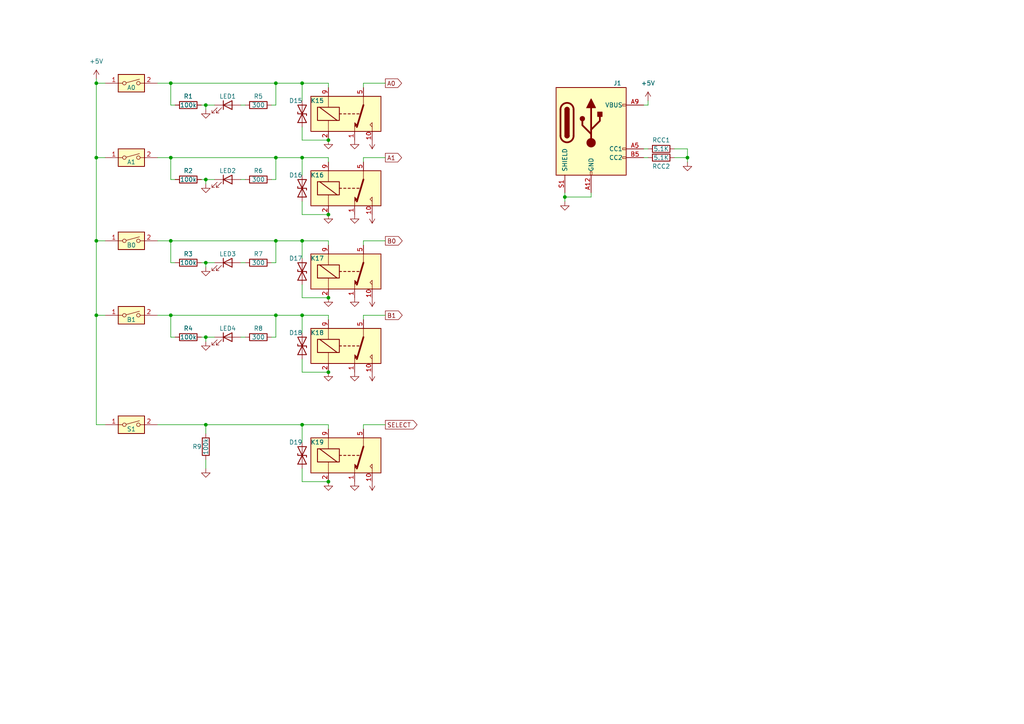
<source format=kicad_sch>
(kicad_sch (version 20230121) (generator eeschema)
  (paper "A4")
  (lib_symbols
    (symbol "Connector:USB_C_Receptacle_PowerOnly_6P" (pin_names (offset 1.016))
      (property "Reference" "J" (at 0 16.51 0))
      (property "Value" "USB_C_Receptacle_PowerOnly_6P" (at 0 13.97 0))
      (symbol "USB_C_Receptacle_PowerOnly_6P_0_0"
        (rectangle (start -0.254 -12.7) (end 0.254 -11.684))
        (rectangle (start 10.16 -7.366) (end 9.144 -7.874))
        (rectangle (start 10.16 -4.826) (end 9.144 -5.334))
        (rectangle (start 10.16 7.874) (end 9.144 7.366))
      )
      (symbol "USB_C_Receptacle_PowerOnly_6P_0_1"
        (rectangle (start -10.16 12.7) (end 10.16 -12.7) (stroke (width 0.254)) (fill (type background)))
        (arc (start -8.89 -1.27) (mid -6.985 -3.1667) (end -5.08 -1.27) (stroke (width 0.508)))
        (arc (start -7.62 -1.27) (mid -6.985 -1.9023) (end -6.35 -1.27) (stroke (width 0.254)))
        (arc (start -7.62 -1.27) (mid -6.985 -1.9023) (end -6.35 -1.27) (stroke (width 0.254)) (fill (type outline)))
        (rectangle (start -7.62 -1.27) (end -6.35 6.35) (stroke (width 0.254)) (fill (type outline)))
        (arc (start -6.35 6.35) (mid -6.985 6.9823) (end -7.62 6.35) (stroke (width 0.254)))
        (arc (start -6.35 6.35) (mid -6.985 6.9823) (end -7.62 6.35) (stroke (width 0.254)) (fill (type outline)))
        (arc (start -5.08 6.35) (mid -6.985 8.2467) (end -8.89 6.35) (stroke (width 0.508)))
        (circle (center -2.54 3.683) (radius 0.635) (stroke (width 0.254)) (fill (type outline)))
        (circle (center 0 -3.302) (radius 1.27) (fill (type outline)))
        (polyline (pts (xy -8.89 -1.27) (xy -8.89 6.35)) (stroke (width 0.508)))
        (polyline (pts (xy -5.08 6.35) (xy -5.08 -1.27)) (stroke (width 0.508)))
        (polyline (pts (xy 0 -3.302) (xy 0 6.858)) (stroke (width 0.508)))
        (polyline (pts (xy 0 -0.762) (xy -2.54 1.778) (xy -2.54 3.048)) (stroke (width 0.508)))
        (polyline (pts (xy 0 0.508) (xy 2.54 3.048) (xy 2.54 4.318)) (stroke (width 0.508)))
        (polyline (pts (xy -1.27 6.858) (xy 0 9.398) (xy 1.27 6.858) (xy -1.27 6.858)) (stroke (width 0.254)) (fill (type outline)))
        (rectangle (start 1.905 4.318) (end 3.175 5.588) (stroke (width 0.254)) (fill (type outline)))
      )
      (symbol "USB_C_Receptacle_PowerOnly_6P_1_1"
        (pin passive line (at 0 -17.78 90) (length 5.08) (name "GND") (number "A12"))
        (pin bidirectional line (at 15.24 -5.08 180) (length 5.08) (name "CC1") (number "A5"))
        (pin passive line (at 15.24 7.62 180) (length 5.08) (name "VBUS") (number "A9"))
        (pin passive line (at 0 -17.78 90) (length 5.08) hide (name "GND") (number "B12"))
        (pin bidirectional line (at 15.24 -7.62 180) (length 5.08) (name "CC2") (number "B5"))
        (pin passive line (at 15.24 7.62 180) (length 5.08) hide (name "VBUS") (number "B9"))
        (pin passive line (at -7.62 -17.78 90) (length 5.08) (name "SHIELD") (number "S1"))
      )
    )
    (symbol "Device:D_TVS" (pin_numbers hide) (pin_names (offset 1.016) hide)
      (property "Reference" "D" (at 0 2.54 0))
      (property "Value" "D_TVS" (at 0 -2.54 0))
      (symbol "D_TVS_0_1"
        (polyline (pts (xy 1.27 0) (xy -1.27 0)))
        (polyline (pts (xy 0.508 1.27) (xy 0 1.27) (xy 0 -1.27) (xy -0.508 -1.27)) (stroke (width 0.254)))
        (polyline (pts (xy -2.54 1.27) (xy -2.54 -1.27) (xy 2.54 1.27) (xy 2.54 -1.27) (xy -2.54 1.27)) (stroke (width 0.254)))
      )
      (symbol "D_TVS_1_1"
        (pin passive line (at -3.81 0 0) (length 2.54) (name "A1") (number "1"))
        (pin passive line (at 3.81 0 180) (length 2.54) (name "A2") (number "2"))
      )
    )
    (symbol "Device:LED" (pin_numbers hide) (pin_names (offset 1.016) hide)
      (property "Reference" "D" (at 0 2.54 0))
      (property "Value" "LED" (at 0 -2.54 0))
      (symbol "LED_0_1"
        (polyline (pts (xy -1.27 -1.27) (xy -1.27 1.27)) (stroke (width 0.254)))
        (polyline (pts (xy -1.27 0) (xy 1.27 0)))
        (polyline (pts (xy 1.27 -1.27) (xy 1.27 1.27) (xy -1.27 0) (xy 1.27 -1.27)) (stroke (width 0.254)))
        (polyline (pts (xy -3.048 -0.762) (xy -4.572 -2.286) (xy -3.81 -2.286) (xy -4.572 -2.286) (xy -4.572 -1.524)))
        (polyline (pts (xy -1.778 -0.762) (xy -3.302 -2.286) (xy -2.54 -2.286) (xy -3.302 -2.286) (xy -3.302 -1.524)))
      )
      (symbol "LED_1_1"
        (pin passive line (at -3.81 0 0) (length 2.54) (name "K") (number "1"))
        (pin passive line (at 3.81 0 180) (length 2.54) (name "A") (number "2"))
      )
    )
    (symbol "Device:R" (pin_numbers hide) (pin_names (offset 0))
      (property "Reference" "R" (at 2.032 0 90))
      (property "Value" "R" (at 0 0 90))
      (symbol "R_0_1"
        (rectangle (start -1.016 -2.54) (end 1.016 2.54) (stroke (width 0.254)))
      )
      (symbol "R_1_1"
        (pin passive line (at 0 3.81 270) (length 1.27) (name "~") (number "1"))
        (pin passive line (at 0 -3.81 90) (length 1.27) (name "~") (number "2"))
      )
    )
    (symbol "Relay:G5V-1"
      (property "Reference" "K" (at 11.43 3.81 0))
      (property "Value" "G5V-1" (at 11.43 1.27 0))
      (symbol "G5V-1_0_0"
        (polyline (pts (xy 7.62 5.08) (xy 7.62 2.54) (xy 6.985 3.175) (xy 7.62 3.81)))
      )
      (symbol "G5V-1_0_1"
        (rectangle (start -10.16 5.08) (end 10.16 -5.08) (stroke (width 0.254)) (fill (type background)))
        (rectangle (start -8.255 1.905) (end -1.905 -1.905) (stroke (width 0.254)))
        (polyline (pts (xy -7.62 -1.905) (xy -2.54 1.905)) (stroke (width 0.254)))
        (polyline (pts (xy -5.08 -5.08) (xy -5.08 -1.905)))
        (polyline (pts (xy -5.08 5.08) (xy -5.08 1.905)))
        (polyline (pts (xy -1.905 0) (xy -1.27 0)) (stroke (width 0.254)))
        (polyline (pts (xy -0.635 0) (xy 0 0)) (stroke (width 0.254)))
        (polyline (pts (xy 0.635 0) (xy 1.27 0)) (stroke (width 0.254)))
        (polyline (pts (xy 1.905 0) (xy 2.54 0)) (stroke (width 0.254)))
        (polyline (pts (xy 3.175 0) (xy 3.81 0)) (stroke (width 0.254)))
        (polyline (pts (xy 5.08 -2.54) (xy 3.175 3.81)) (stroke (width 0.508)))
        (polyline (pts (xy 5.08 -2.54) (xy 5.08 -5.08)))
        (polyline (pts (xy 2.54 5.08) (xy 2.54 2.54) (xy 3.175 3.175) (xy 2.54 3.81)) (fill (type outline)))
      )
      (symbol "G5V-1_1_1"
        (pin passive line (at 2.54 7.62 270) (length 2.54) (name "~") (number "1"))
        (pin passive line (at 7.62 7.62 270) (length 2.54) (name "~") (number "10"))
        (pin passive line (at -5.08 7.62 270) (length 2.54) (name "~") (number "2"))
        (pin passive line (at 5.08 -7.62 90) (length 2.54) (name "~") (number "5"))
        (pin passive line (at 5.08 -7.62 90) (length 2.54) hide (name "~") (number "6"))
        (pin passive line (at -5.08 -7.62 90) (length 2.54) (name "~") (number "9"))
      )
    )
    (symbol "Switch:SW_DIP_x01" (pin_names (offset 0) hide)
      (property "Reference" "SW" (at 0 3.81 0))
      (property "Value" "SW_DIP_x01" (at 0 -3.81 0))
      (symbol "SW_DIP_x01_0_0"
        (circle (center -2.032 0) (radius 0.508))
        (polyline (pts (xy -1.524 0.127) (xy 2.3622 1.1684)))
        (circle (center 2.032 0) (radius 0.508))
      )
      (symbol "SW_DIP_x01_0_1"
        (rectangle (start -3.81 2.54) (end 3.81 -2.54) (stroke (width 0.254)) (fill (type background)))
      )
      (symbol "SW_DIP_x01_1_1"
        (pin passive line (at -7.62 0 0) (length 5.08) (name "~") (number "1"))
        (pin passive line (at 7.62 0 180) (length 5.08) (name "~") (number "2"))
      )
    )
    (symbol "power:+5V" (power) (pin_names (offset 0))
      (property "Value" "+5V" (at 0 3.556 0))
      (symbol "+5V_0_1"
        (polyline (pts (xy -0.762 1.27) (xy 0 2.54)))
        (polyline (pts (xy 0 0) (xy 0 2.54)))
        (polyline (pts (xy 0 2.54) (xy 0.762 1.27)))
      )
      (symbol "+5V_1_1"
        (pin power_in line (at 0 0 90) (length 0) hide (name "+5V") (number "1"))
      )
    )
    (symbol "power:GND" (power) (pin_names (offset 0))
      (property "Value" "GND" (at 0 -3.81 0))
      (symbol "GND_0_1"
        (polyline (pts (xy 0 0) (xy 0 -1.27) (xy 1.27 -1.27) (xy 0 -2.54) (xy -1.27 -1.27) (xy 0 -1.27)))
      )
      (symbol "GND_1_1"
        (pin power_in line (at 0 0 270) (length 0) hide (name "GND") (number "1"))
      )
    )
  )
  (junction (at 27.94 91.44))
  (junction (at 199.39 45.72))
  (junction (at 95.25 86.36))
  (junction (at 27.94 24.13))
  (junction (at 27.94 45.72))
  (junction (at 87.63 69.85))
  (junction (at 87.63 123.19))
  (junction (at 80.01 69.85))
  (junction (at 80.01 45.72))
  (junction (at 87.63 45.72))
  (junction (at 59.69 52.07))
  (junction (at 59.69 97.79))
  (junction (at 80.01 24.13))
  (junction (at 59.69 30.48))
  (junction (at 59.69 76.2))
  (junction (at 95.25 139.7))
  (junction (at 80.01 91.44))
  (junction (at 49.53 91.44))
  (junction (at 87.63 24.13))
  (junction (at 49.53 69.85))
  (junction (at 95.25 40.64))
  (junction (at 95.25 107.95))
  (junction (at 49.53 24.13))
  (junction (at 59.69 123.19))
  (junction (at 49.53 45.72))
  (junction (at 27.94 69.85))
  (junction (at 87.63 91.44))
  (junction (at 163.83 57.15))
  (junction (at 95.25 62.23))
  (wire (pts (xy 49.53 76.2) (xy 49.53 69.85)))
  (wire (pts (xy 186.69 45.72) (xy 187.96 45.72)))
  (wire (pts (xy 50.8 30.48) (xy 49.53 30.48)))
  (wire (pts (xy 59.69 76.2) (xy 62.23 76.2)))
  (wire (pts (xy 105.41 45.72) (xy 105.41 46.99)))
  (wire (pts (xy 87.63 24.13) (xy 87.63 29.21)))
  (wire (pts (xy 50.8 52.07) (xy 49.53 52.07)))
  (wire (pts (xy 80.01 76.2) (xy 80.01 69.85)))
  (wire (pts (xy 163.83 55.88) (xy 163.83 57.15)))
  (wire (pts (xy 58.42 97.79) (xy 59.69 97.79)))
  (wire (pts (xy 27.94 123.19) (xy 30.48 123.19)))
  (wire (pts (xy 199.39 45.72) (xy 199.39 46.99)))
  (wire (pts (xy 27.94 69.85) (xy 30.48 69.85)))
  (wire (pts (xy 45.72 91.44) (xy 49.53 91.44)))
  (wire (pts (xy 45.72 45.72) (xy 49.53 45.72)))
  (wire (pts (xy 87.63 45.72) (xy 95.25 45.72)))
  (wire (pts (xy 87.63 45.72) (xy 87.63 50.8)))
  (wire (pts (xy 27.94 22.86) (xy 27.94 24.13)))
  (wire (pts (xy 87.63 135.89) (xy 87.63 139.7)))
  (wire (pts (xy 95.25 91.44) (xy 95.25 92.71)))
  (wire (pts (xy 87.63 62.23) (xy 95.25 62.23)))
  (wire (pts (xy 87.63 69.85) (xy 95.25 69.85)))
  (wire (pts (xy 80.01 69.85) (xy 87.63 69.85)))
  (wire (pts (xy 27.94 45.72) (xy 30.48 45.72)))
  (wire (pts (xy 171.45 57.15) (xy 171.45 55.88)))
  (wire (pts (xy 78.74 52.07) (xy 80.01 52.07)))
  (wire (pts (xy 59.69 30.48) (xy 62.23 30.48)))
  (wire (pts (xy 59.69 135.89) (xy 59.69 133.35)))
  (wire (pts (xy 59.69 99.06) (xy 59.69 97.79)))
  (wire (pts (xy 95.25 45.72) (xy 95.25 46.99)))
  (wire (pts (xy 87.63 58.42) (xy 87.63 62.23)))
  (wire (pts (xy 163.83 57.15) (xy 171.45 57.15)))
  (wire (pts (xy 87.63 24.13) (xy 95.25 24.13)))
  (wire (pts (xy 105.41 91.44) (xy 105.41 92.71)))
  (wire (pts (xy 195.58 43.18) (xy 199.39 43.18)))
  (wire (pts (xy 80.01 91.44) (xy 87.63 91.44)))
  (wire (pts (xy 27.94 91.44) (xy 27.94 123.19)))
  (wire (pts (xy 69.85 76.2) (xy 71.12 76.2)))
  (wire (pts (xy 50.8 97.79) (xy 49.53 97.79)))
  (wire (pts (xy 49.53 52.07) (xy 49.53 45.72)))
  (wire (pts (xy 87.63 69.85) (xy 87.63 74.93)))
  (wire (pts (xy 69.85 97.79) (xy 71.12 97.79)))
  (wire (pts (xy 59.69 53.34) (xy 59.69 52.07)))
  (wire (pts (xy 105.41 45.72) (xy 111.76 45.72)))
  (wire (pts (xy 27.94 24.13) (xy 30.48 24.13)))
  (wire (pts (xy 87.63 40.64) (xy 95.25 40.64)))
  (wire (pts (xy 59.69 97.79) (xy 62.23 97.79)))
  (wire (pts (xy 49.53 45.72) (xy 80.01 45.72)))
  (wire (pts (xy 80.01 45.72) (xy 87.63 45.72)))
  (wire (pts (xy 49.53 91.44) (xy 80.01 91.44)))
  (wire (pts (xy 49.53 97.79) (xy 49.53 91.44)))
  (wire (pts (xy 49.53 24.13) (xy 80.01 24.13)))
  (wire (pts (xy 87.63 36.83) (xy 87.63 40.64)))
  (wire (pts (xy 27.94 24.13) (xy 27.94 45.72)))
  (wire (pts (xy 78.74 97.79) (xy 80.01 97.79)))
  (wire (pts (xy 45.72 123.19) (xy 59.69 123.19)))
  (wire (pts (xy 50.8 76.2) (xy 49.53 76.2)))
  (wire (pts (xy 163.83 58.42) (xy 163.83 57.15)))
  (wire (pts (xy 111.76 91.44) (xy 105.41 91.44)))
  (wire (pts (xy 27.94 45.72) (xy 27.94 69.85)))
  (wire (pts (xy 59.69 77.47) (xy 59.69 76.2)))
  (wire (pts (xy 49.53 69.85) (xy 80.01 69.85)))
  (wire (pts (xy 80.01 52.07) (xy 80.01 45.72)))
  (wire (pts (xy 95.25 24.13) (xy 95.25 25.4)))
  (wire (pts (xy 87.63 82.55) (xy 87.63 86.36)))
  (wire (pts (xy 69.85 52.07) (xy 71.12 52.07)))
  (wire (pts (xy 87.63 123.19) (xy 95.25 123.19)))
  (wire (pts (xy 58.42 52.07) (xy 59.69 52.07)))
  (wire (pts (xy 78.74 76.2) (xy 80.01 76.2)))
  (wire (pts (xy 59.69 52.07) (xy 62.23 52.07)))
  (wire (pts (xy 78.74 30.48) (xy 80.01 30.48)))
  (wire (pts (xy 187.96 29.21) (xy 187.96 30.48)))
  (wire (pts (xy 87.63 123.19) (xy 87.63 128.27)))
  (wire (pts (xy 105.41 123.19) (xy 105.41 124.46)))
  (wire (pts (xy 199.39 43.18) (xy 199.39 45.72)))
  (wire (pts (xy 59.69 125.73) (xy 59.69 123.19)))
  (wire (pts (xy 105.41 69.85) (xy 105.41 71.12)))
  (wire (pts (xy 80.01 97.79) (xy 80.01 91.44)))
  (wire (pts (xy 87.63 139.7) (xy 95.25 139.7)))
  (wire (pts (xy 80.01 24.13) (xy 80.01 30.48)))
  (wire (pts (xy 80.01 24.13) (xy 87.63 24.13)))
  (wire (pts (xy 187.96 30.48) (xy 186.69 30.48)))
  (wire (pts (xy 105.41 24.13) (xy 105.41 25.4)))
  (wire (pts (xy 69.85 30.48) (xy 71.12 30.48)))
  (wire (pts (xy 111.76 123.19) (xy 105.41 123.19)))
  (wire (pts (xy 87.63 104.14) (xy 87.63 107.95)))
  (wire (pts (xy 87.63 86.36) (xy 95.25 86.36)))
  (wire (pts (xy 58.42 76.2) (xy 59.69 76.2)))
  (wire (pts (xy 27.94 91.44) (xy 30.48 91.44)))
  (wire (pts (xy 87.63 91.44) (xy 95.25 91.44)))
  (wire (pts (xy 59.69 123.19) (xy 87.63 123.19)))
  (wire (pts (xy 195.58 45.72) (xy 199.39 45.72)))
  (wire (pts (xy 111.76 69.85) (xy 105.41 69.85)))
  (wire (pts (xy 27.94 69.85) (xy 27.94 91.44)))
  (wire (pts (xy 45.72 24.13) (xy 49.53 24.13)))
  (wire (pts (xy 58.42 30.48) (xy 59.69 30.48)))
  (wire (pts (xy 87.63 107.95) (xy 95.25 107.95)))
  (wire (pts (xy 95.25 69.85) (xy 95.25 71.12)))
  (wire (pts (xy 186.69 43.18) (xy 187.96 43.18)))
  (wire (pts (xy 87.63 91.44) (xy 87.63 96.52)))
  (wire (pts (xy 49.53 30.48) (xy 49.53 24.13)))
  (wire (pts (xy 111.76 24.13) (xy 105.41 24.13)))
  (wire (pts (xy 59.69 31.75) (xy 59.69 30.48)))
  (wire (pts (xy 95.25 123.19) (xy 95.25 124.46)))
  (wire (pts (xy 45.72 69.85) (xy 49.53 69.85)))
  (global_label "A1" (shape output) (at 111.76 45.72 0) (property "Intersheetrefs" "${INTERSHEET_REFS}" (effects hide)))
  (global_label "SELECT" (shape output) (at 111.76 123.19 0) (property "Intersheetrefs" "${INTERSHEET_REFS}" (effects hide)))
  (global_label "B1" (shape output) (at 111.76 91.44 0) (property "Intersheetrefs" "${INTERSHEET_REFS}" (effects hide)))
  (global_label "A0" (shape output) (at 111.76 24.13 0) (property "Intersheetrefs" "${INTERSHEET_REFS}" (effects hide)))
  (global_label "B0" (shape output) (at 111.76 69.85 0) (property "Intersheetrefs" "${INTERSHEET_REFS}" (effects hide)))
  (symbol (lib_id "power:GND") (at 59.69 53.34 0) (unit 1)
    (property "Reference" "#PWR022" (effects hide))
    (property "Value" "GND" (effects hide))
  )
  (symbol (lib_id "Device:R") (at 59.69 129.54 0) (unit 1)
    (property "Reference" "R9" (at 57.15 129.54 0))
    (property "Value" "100k" (at 59.69 129.54 90))
    (property "Footprint" "Resistor_THT:R_Axial_DIN0207_L6.3mm_D2.5mm_P10.16mm_Horizontal" (effects hide))
  )
  (symbol (lib_id "Device:D_TVS") (at 87.63 132.08 90) (unit 1)
    (property "Reference" "D19" (at 83.82 128.27 90) (effects (justify right)))
    (property "Value" "D_TVS" (effects hide))
    (property "Footprint" "Diode_THT:D_DO-15_P12.70mm_Horizontal" (effects hide))
  )
  (symbol (lib_id "Relay:G5V-1") (at 100.33 54.61 0) (mirror x) (unit 1)
    (property "Reference" "K16" (at 93.98 50.8 0) (effects (justify right)))
    (property "Value" "G5V-1" (effects hide))
    (property "Footprint" "Relay_THT:Relay_SPDT_Omron_G5V-1" (effects hide))
    (property "Datasheet" "http://omronfs.omron.com/en_US/ecb/products/pdf/en-g5v_1.pdf" (effects hide))
    (property "Part_Link" "https://www.digikey.com/short/z2t73vfh" (effects hide))
    (property "Socket_Link" "https://www.digikey.com/short/h0zrr2pd" (effects hide))
  )
  (symbol (lib_id "power:+5V") (at 107.95 40.64 180) (unit 1)
    (property "Reference" "#PWR03" (effects hide))
    (property "Value" "+5V" (effects hide))
  )
  (symbol (lib_id "Device:R") (at 54.61 97.79 270) (unit 1)
    (property "Reference" "R4" (at 54.61 95.25 90))
    (property "Value" "100k" (at 54.61 97.79 90))
    (property "Footprint" "Resistor_THT:R_Axial_DIN0207_L6.3mm_D2.5mm_P10.16mm_Horizontal" (effects hide))
  )
  (symbol (lib_id "Device:R") (at 74.93 30.48 270) (unit 1)
    (property "Reference" "R5" (at 74.93 27.94 90))
    (property "Value" "300" (at 74.93 30.48 90))
    (property "Footprint" "Resistor_THT:R_Axial_DIN0207_L6.3mm_D2.5mm_P10.16mm_Horizontal" (effects hide))
  )
  (symbol (lib_id "Device:R") (at 191.77 43.18 270) (unit 1)
    (property "Reference" "RCC1" (at 191.77 40.64 90))
    (property "Value" "5.1K" (at 191.77 43.18 90))
    (property "Footprint" "Resistor_THT:R_Axial_DIN0207_L6.3mm_D2.5mm_P10.16mm_Horizontal" (effects hide))
  )
  (symbol (lib_id "Device:LED") (at 66.04 97.79 0) (unit 1)
    (property "Reference" "LED4" (at 66.04 95.25 0))
    (property "Value" "LED" (effects hide))
    (property "Footprint" "LED_THT:LED_D5.0mm" (effects hide))
  )
  (symbol (lib_id "Relay:G5V-1") (at 100.33 132.08 0) (mirror x) (unit 1)
    (property "Reference" "K19" (at 93.98 128.27 0) (effects (justify right)))
    (property "Value" "G5V-1" (effects hide))
    (property "Footprint" "Relay_THT:Relay_SPDT_Omron_G5V-1" (effects hide))
    (property "Datasheet" "http://omronfs.omron.com/en_US/ecb/products/pdf/en-g5v_1.pdf" (effects hide))
    (property "Part_Link" "https://www.digikey.com/short/z2t73vfh" (effects hide))
    (property "Socket_Link" "https://www.digikey.com/short/h0zrr2pd" (effects hide))
  )
  (symbol (lib_id "power:GND") (at 102.87 139.7 0) (unit 1)
    (property "Reference" "#PWR019" (effects hide))
    (property "Value" "GND" (effects hide))
  )
  (symbol (lib_id "Switch:SW_DIP_x01") (at 38.1 123.19 0) (unit 1)
    (property "Reference" "S1" (at 38.1 124.46 0))
    (property "Value" "SW_DIP_x01" (effects hide))
    (property "Footprint" "Button_Switch_THT:SW_DIP_SPSTx01_Slide_9.78x4.72mm_W7.62mm_P2.54mm" (effects hide))
  )
  (symbol (lib_id "Connector:USB_C_Receptacle_PowerOnly_6P") (at 171.45 38.1 0) (unit 1)
    (property "Reference" "J1" (at 179.07 24.13 0))
    (property "Value" "USB_C_Receptacle_PowerOnly_6P" (effects hide))
    (property "Footprint" "USB-C-Power-tester:TYPE-C-31-M-17_handsolder" (effects hide))
    (property "Datasheet" "https://www.usb.org/sites/default/files/documents/usb_type-c.zip" (effects hide))
  )
  (symbol (lib_id "Device:R") (at 74.93 97.79 270) (unit 1)
    (property "Reference" "R8" (at 74.93 95.25 90))
    (property "Value" "300" (at 74.93 97.79 90))
    (property "Footprint" "Resistor_THT:R_Axial_DIN0207_L6.3mm_D2.5mm_P10.16mm_Horizontal" (effects hide))
  )
  (symbol (lib_id "power:GND") (at 102.87 86.36 0) (unit 1)
    (property "Reference" "#PWR08" (effects hide))
    (property "Value" "GND" (effects hide))
  )
  (symbol (lib_id "Device:D_TVS") (at 87.63 33.02 90) (unit 1)
    (property "Reference" "D15" (at 83.82 29.21 90) (effects (justify right)))
    (property "Value" "D_TVS" (effects hide))
    (property "Footprint" "Diode_THT:D_DO-15_P12.70mm_Horizontal" (effects hide))
  )
  (symbol (lib_id "power:GND") (at 59.69 77.47 0) (unit 1)
    (property "Reference" "#PWR021" (effects hide))
    (property "Value" "GND" (effects hide))
  )
  (symbol (lib_id "Device:LED") (at 66.04 76.2 0) (unit 1)
    (property "Reference" "LED3" (at 66.04 73.66 0))
    (property "Value" "LED" (effects hide))
    (property "Footprint" "LED_THT:LED_D5.0mm" (effects hide))
  )
  (symbol (lib_id "Device:D_TVS") (at 87.63 100.33 90) (unit 1)
    (property "Reference" "D18" (at 83.82 96.52 90) (effects (justify right)))
    (property "Value" "D_TVS" (effects hide))
    (property "Footprint" "Diode_THT:D_DO-15_P12.70mm_Horizontal" (effects hide))
  )
  (symbol (lib_id "power:+5V") (at 107.95 86.36 180) (unit 1)
    (property "Reference" "#PWR09" (effects hide))
    (property "Value" "+5V" (effects hide))
  )
  (symbol (lib_id "Switch:SW_DIP_x01") (at 38.1 45.72 0) (unit 1)
    (property "Reference" "A1" (at 38.1 46.99 0))
    (property "Value" "SW_DIP_x01" (effects hide))
    (property "Footprint" "Button_Switch_THT:SW_DIP_SPSTx01_Slide_9.78x4.72mm_W7.62mm_P2.54mm" (effects hide))
  )
  (symbol (lib_id "power:GND") (at 95.25 40.64 0) (unit 1)
    (property "Reference" "#PWR01" (effects hide))
    (property "Value" "GND" (effects hide))
  )
  (symbol (lib_id "Device:LED") (at 66.04 30.48 0) (unit 1)
    (property "Reference" "LED1" (at 66.04 27.94 0))
    (property "Value" "LED" (effects hide))
    (property "Footprint" "LED_THT:LED_D5.0mm" (effects hide))
  )
  (symbol (lib_id "Device:R") (at 74.93 76.2 270) (unit 1)
    (property "Reference" "R7" (at 74.93 73.66 90))
    (property "Value" "300" (at 74.93 76.2 90))
    (property "Footprint" "Resistor_THT:R_Axial_DIN0207_L6.3mm_D2.5mm_P10.16mm_Horizontal" (effects hide))
  )
  (symbol (lib_id "Device:R") (at 74.93 52.07 270) (unit 1)
    (property "Reference" "R6" (at 74.93 49.53 90))
    (property "Value" "300" (at 74.93 52.07 90))
    (property "Footprint" "Resistor_THT:R_Axial_DIN0207_L6.3mm_D2.5mm_P10.16mm_Horizontal" (effects hide))
  )
  (symbol (lib_id "Device:R") (at 191.77 45.72 270) (unit 1)
    (property "Reference" "RCC2" (at 191.77 48.26 90))
    (property "Value" "5.1K" (at 191.77 45.72 90))
    (property "Footprint" "Resistor_THT:R_Axial_DIN0207_L6.3mm_D2.5mm_P10.16mm_Horizontal" (effects hide))
  )
  (symbol (lib_id "Device:R") (at 54.61 52.07 270) (unit 1)
    (property "Reference" "R2" (at 54.61 49.53 90))
    (property "Value" "100k" (at 54.61 52.07 90))
    (property "Footprint" "Resistor_THT:R_Axial_DIN0207_L6.3mm_D2.5mm_P10.16mm_Horizontal" (effects hide))
  )
  (symbol (lib_id "power:+5V") (at 107.95 62.23 180) (unit 1)
    (property "Reference" "#PWR06" (effects hide))
    (property "Value" "+5V" (effects hide))
  )
  (symbol (lib_id "Device:R") (at 54.61 30.48 270) (unit 1)
    (property "Reference" "R1" (at 54.61 27.94 90))
    (property "Value" "100k" (at 54.61 30.48 90))
    (property "Footprint" "Resistor_THT:R_Axial_DIN0207_L6.3mm_D2.5mm_P10.16mm_Horizontal" (effects hide))
  )
  (symbol (lib_id "Device:D_TVS") (at 87.63 54.61 90) (unit 1)
    (property "Reference" "D16" (at 83.82 50.8 90) (effects (justify right)))
    (property "Value" "D_TVS" (effects hide))
    (property "Footprint" "Diode_THT:D_DO-15_P12.70mm_Horizontal" (effects hide))
  )
  (symbol (lib_id "power:+5V") (at 107.95 107.95 180) (unit 1)
    (property "Reference" "#PWR012" (effects hide))
    (property "Value" "+5V" (effects hide))
  )
  (symbol (lib_id "power:GND") (at 199.39 46.99 0) (unit 1)
    (property "Reference" "#PWR027" (effects hide))
    (property "Value" "GND" (effects hide))
  )
  (symbol (lib_id "power:GND") (at 102.87 107.95 0) (unit 1)
    (property "Reference" "#PWR011" (effects hide))
    (property "Value" "GND" (effects hide))
  )
  (symbol (lib_id "Relay:G5V-1") (at 100.33 100.33 0) (mirror x) (unit 1)
    (property "Reference" "K18" (at 93.98 96.52 0) (effects (justify right)))
    (property "Value" "G5V-1" (effects hide))
    (property "Footprint" "Relay_THT:Relay_SPDT_Omron_G5V-1" (effects hide))
    (property "Datasheet" "http://omronfs.omron.com/en_US/ecb/products/pdf/en-g5v_1.pdf" (effects hide))
    (property "Part_Link" "https://www.digikey.com/short/z2t73vfh" (effects hide))
    (property "Socket_Link" "https://www.digikey.com/short/h0zrr2pd" (effects hide))
  )
  (symbol (lib_id "Switch:SW_DIP_x01") (at 38.1 24.13 0) (unit 1)
    (property "Reference" "A0" (at 38.1 25.4 0))
    (property "Value" "SW_DIP_x01" (effects hide))
    (property "Footprint" "Button_Switch_THT:SW_DIP_SPSTx01_Slide_9.78x4.72mm_W7.62mm_P2.54mm" (effects hide))
  )
  (symbol (lib_id "power:GND") (at 163.83 58.42 0) (unit 1)
    (property "Reference" "#PWR026" (effects hide))
    (property "Value" "GND" (effects hide))
  )
  (symbol (lib_id "power:GND") (at 102.87 62.23 0) (unit 1)
    (property "Reference" "#PWR05" (effects hide))
    (property "Value" "GND" (effects hide))
  )
  (symbol (lib_id "Relay:G5V-1") (at 100.33 33.02 0) (mirror x) (unit 1)
    (property "Reference" "K15" (at 93.98 29.21 0) (effects (justify right)))
    (property "Value" "G5V-1" (effects hide))
    (property "Footprint" "Relay_THT:Relay_SPDT_Omron_G5V-1" (effects hide))
    (property "Datasheet" "http://omronfs.omron.com/en_US/ecb/products/pdf/en-g5v_1.pdf" (effects hide))
    (property "Part_Link" "https://www.digikey.com/short/z2t73vfh" (effects hide))
    (property "Socket_Link" "https://www.digikey.com/short/h0zrr2pd" (effects hide))
  )
  (symbol (lib_id "power:GND") (at 59.69 135.89 0) (unit 1)
    (property "Reference" "#PWR017" (effects hide))
    (property "Value" "GND" (effects hide))
  )
  (symbol (lib_id "power:GND") (at 95.25 139.7 0) (unit 1)
    (property "Reference" "#PWR018" (effects hide))
    (property "Value" "GND" (effects hide))
  )
  (symbol (lib_id "power:+5V") (at 107.95 139.7 180) (unit 1)
    (property "Reference" "#PWR020" (effects hide))
    (property "Value" "+5V" (effects hide))
  )
  (symbol (lib_id "power:GND") (at 59.69 31.75 0) (unit 1)
    (property "Reference" "#PWR023" (effects hide))
    (property "Value" "GND" (effects hide))
  )
  (symbol (lib_id "Device:D_TVS") (at 87.63 78.74 90) (unit 1)
    (property "Reference" "D17" (at 83.82 74.93 90) (effects (justify right)))
    (property "Value" "D_TVS" (effects hide))
    (property "Footprint" "Diode_THT:D_DO-15_P12.70mm_Horizontal" (effects hide))
  )
  (symbol (lib_id "Device:LED") (at 66.04 52.07 0) (unit 1)
    (property "Reference" "LED2" (at 66.04 49.53 0))
    (property "Value" "LED" (effects hide))
    (property "Footprint" "LED_THT:LED_D5.0mm" (effects hide))
  )
  (symbol (lib_id "power:GND") (at 95.25 86.36 0) (unit 1)
    (property "Reference" "#PWR07" (effects hide))
    (property "Value" "GND" (effects hide))
  )
  (symbol (lib_id "Switch:SW_DIP_x01") (at 38.1 91.44 0) (unit 1)
    (property "Reference" "B1" (at 38.1 92.71 0))
    (property "Value" "SW_DIP_x01" (effects hide))
    (property "Footprint" "Button_Switch_THT:SW_DIP_SPSTx01_Slide_9.78x4.72mm_W7.62mm_P2.54mm" (effects hide))
  )
  (symbol (lib_id "power:GND") (at 102.87 40.64 0) (unit 1)
    (property "Reference" "#PWR02" (effects hide))
    (property "Value" "GND" (effects hide))
  )
  (symbol (lib_id "Relay:G5V-1") (at 100.33 78.74 0) (mirror x) (unit 1)
    (property "Reference" "K17" (at 93.98 74.93 0) (effects (justify right)))
    (property "Value" "G5V-1" (effects hide))
    (property "Footprint" "Relay_THT:Relay_SPDT_Omron_G5V-1" (effects hide))
    (property "Datasheet" "http://omronfs.omron.com/en_US/ecb/products/pdf/en-g5v_1.pdf" (effects hide))
    (property "Part_Link" "https://www.digikey.com/short/z2t73vfh" (effects hide))
    (property "Socket_Link" "https://www.digikey.com/short/h0zrr2pd" (effects hide))
  )
  (symbol (lib_id "power:GND") (at 95.25 62.23 0) (unit 1)
    (property "Reference" "#PWR04" (effects hide))
    (property "Value" "GND" (effects hide))
  )
  (symbol (lib_id "power:GND") (at 95.25 107.95 0) (unit 1)
    (property "Reference" "#PWR010" (effects hide))
    (property "Value" "GND" (effects hide))
  )
  (symbol (lib_id "power:+5V") (at 27.94 22.86 0) (unit 1)
    (property "Reference" "#PWR0101" (effects hide))
    (property "Value" "+5V" (at 27.94 17.78 0))
  )
  (symbol (lib_id "Switch:SW_DIP_x01") (at 38.1 69.85 0) (unit 1)
    (property "Reference" "B0" (at 38.1 71.12 0))
    (property "Value" "SW_DIP_x01" (effects hide))
    (property "Footprint" "Button_Switch_THT:SW_DIP_SPSTx01_Slide_9.78x4.72mm_W7.62mm_P2.54mm" (effects hide))
  )
  (symbol (lib_id "power:GND") (at 59.69 99.06 0) (unit 1)
    (property "Reference" "#PWR013" (effects hide))
    (property "Value" "GND" (effects hide))
  )
  (symbol (lib_id "Device:R") (at 54.61 76.2 270) (unit 1)
    (property "Reference" "R3" (at 54.61 73.66 90))
    (property "Value" "100k" (at 54.61 76.2 90))
    (property "Footprint" "Resistor_THT:R_Axial_DIN0207_L6.3mm_D2.5mm_P10.16mm_Horizontal" (effects hide))
  )
  (symbol (lib_id "power:+5V") (at 187.96 29.21 0) (unit 1)
    (property "Reference" "#PWR025" (effects hide))
    (property "Value" "+5V" (at 187.96 24.13 0))
  )
  (sheet (at -234.95 416.56) (size 252.73 109.22) (stroke (width 0.1524))
    (property "Sheetname" "MUX" (at -234.95 415.8484 0) (effects (justify left bottom)))
    (property "Sheetfile" "page2.kicad_sch" (at -234.95 526.3646 0) (effects (justify left top)))
  )
  (sheet (at -266.7 12.7) (size 256.54 195.58) (stroke (width 0.1524))
    (property "Sheetname" "ADD AND SUB" (at -266.7 11.9884 0) (effects (justify left bottom)))
    (property "Sheetfile" "page1.kicad_sch" (at -266.7 208.8646 0) (effects (justify left top)))
  )
)
</source>
